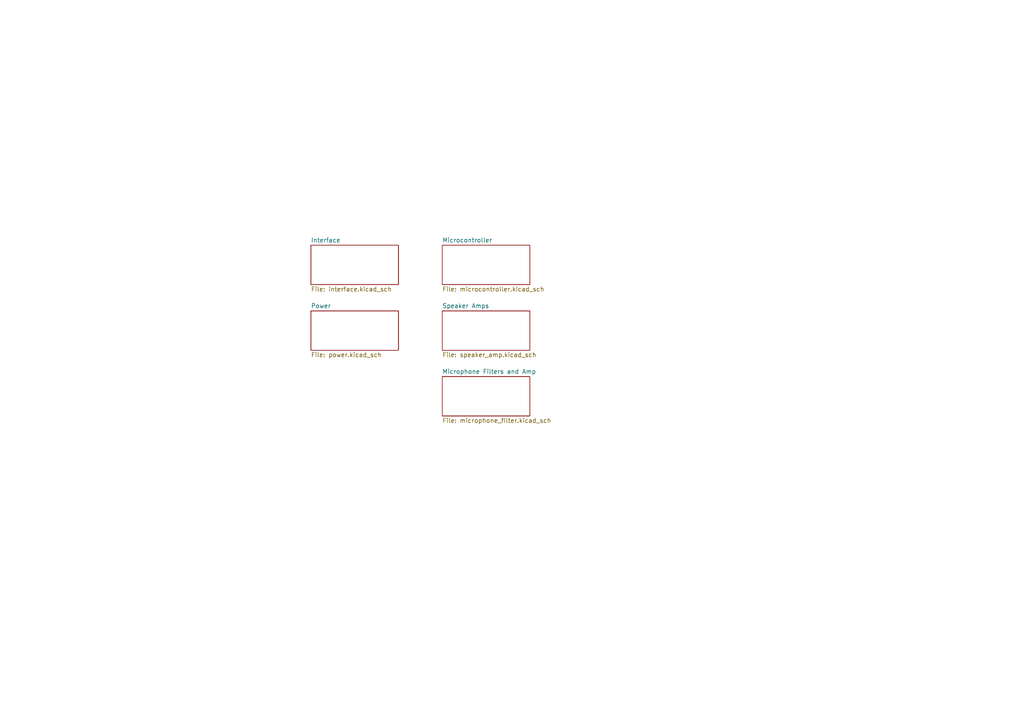
<source format=kicad_sch>
(kicad_sch (version 20211123) (generator eeschema)
  (paper "A4")
  (title_block (title "OAE") (date "2022-10-19") (rev "0") (company "Olin College of Engineering") (comment 1 "Affordable Design and Entrepreneurship") (comment 2 "Global Health") (comment 3 "Designer: Wesley Soo-Hoo"))
  (lib_symbols)
  (sheet (at 128.27 109.22) (size 25.4 11.43) (stroke (width 0.1524))
    (property "Sheet name" "Microphone Filters and Amp" (at 128.27 108.5084 0) (effects (justify left bottom)))
    (property "Sheet file" "microphone_filter.kicad_sch" (at 128.27 121.2346 0) (effects (justify left top)))
  )
  (sheet (at 128.27 90.17) (size 25.4 11.43) (stroke (width 0.1524))
    (property "Sheet name" "Speaker Amps" (at 128.27 89.4584 0) (effects (justify left bottom)))
    (property "Sheet file" "speaker_amp.kicad_sch" (at 128.27 102.1846 0) (effects (justify left top)))
  )
  (sheet (at 90.17 71.12) (size 25.4 11.43) (stroke (width 0.1524))
    (property "Sheet name" "Interface" (at 90.17 70.4084 0) (effects (justify left bottom)))
    (property "Sheet file" "interface.kicad_sch" (at 90.17 83.1346 0) (effects (justify left top)))
  )
  (sheet (at 128.27 71.12) (size 25.4 11.43) (stroke (width 0.1524))
    (property "Sheet name" "Microcontroller" (at 128.27 70.4084 0) (effects (justify left bottom)))
    (property "Sheet file" "microcontroller.kicad_sch" (at 128.27 83.1346 0) (effects (justify left top)))
  )
  (sheet (at 90.17 90.17) (size 25.4 11.43) (stroke (width 0.1524))
    (property "Sheet name" "Power" (at 90.17 89.4584 0) (effects (justify left bottom)))
    (property "Sheet file" "power.kicad_sch" (at 90.17 102.1846 0) (effects (justify left top)))
  )
)
</source>
